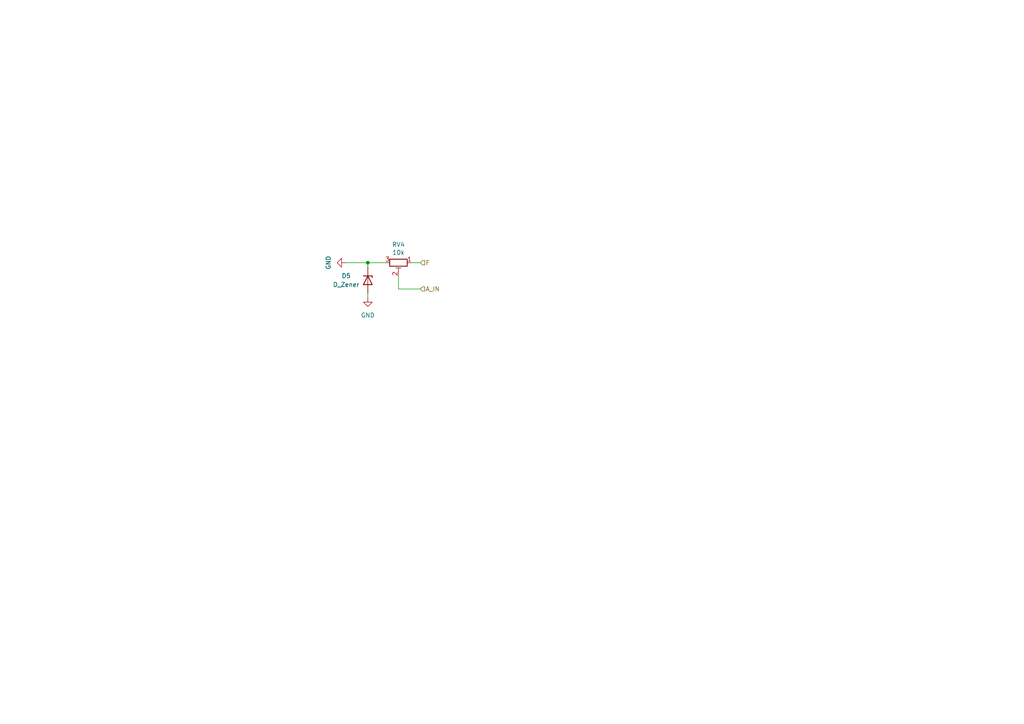
<source format=kicad_sch>
(kicad_sch (version 20250114) (generator "eeschema") (generator_version "9.0")
  (paper "A4")
  (lib_symbols
    (symbol "BREAD_Slice-rescue:R_POT_TRIM-Device" (pin_names (offset 1.016) (hide yes))
      (property "Reference" "RV" (at -4.445 0 90))
      (property "Value" "R_POT_TRIM-Device" (at -2.54 0 90))
      (symbol "R_POT_TRIM-Device_0_1"
        (rectangle (start 1.016 2.54) (end -1.016 -2.54) (stroke (width 0.254)))
        (polyline (pts (xy 1.524 0.762) (xy 1.524 -0.762)))
        (polyline (pts (xy 2.54 0) (xy 1.524 0)))
      )
      (symbol "R_POT_TRIM-Device_1_1"
        (pin passive line (at 0 3.81 270) (length 1.27) (name "1") (number "1"))
        (pin passive line (at 0 -3.81 90) (length 1.27) (name "3") (number "3"))
        (pin passive line (at 3.81 0 180) (length 1.27) (name "2") (number "2"))
      )
    )
    (symbol "Device:D_Zener" (pin_numbers (hide yes)) (pin_names (offset 1.016) (hide yes))
      (property "Reference" "D" (at 0 2.54 0))
      (property "Value" "D_Zener" (at 0 -2.54 0))
      (symbol "D_Zener_0_1"
        (polyline (pts (xy -1.27 -1.27) (xy -1.27 1.27) (xy -0.762 1.27)) (stroke (width 0.254)))
        (polyline (pts (xy 1.27 0) (xy -1.27 0)))
        (polyline (pts (xy 1.27 -1.27) (xy 1.27 1.27) (xy -1.27 0) (xy 1.27 -1.27)) (stroke (width 0.254)))
      )
      (symbol "D_Zener_1_1"
        (pin passive line (at -3.81 0 0) (length 2.54) (name "K") (number "1"))
        (pin passive line (at 3.81 0 180) (length 2.54) (name "A") (number "2"))
      )
    )
    (symbol "power:GND" (power) (pin_names (offset 0))
      (property "Value" "GND" (at 0 -3.81 0))
      (symbol "GND_0_1"
        (polyline (pts (xy 0 0) (xy 0 -1.27) (xy 1.27 -1.27) (xy 0 -2.54) (xy -1.27 -1.27) (xy 0 -1.27)))
      )
      (symbol "GND_1_1"
        (pin power_in line (at 0 0 270) (length 0) (hide yes) (name "GND") (number "1"))
      )
    )
  )
  (junction (at 106.68 76.2))
  (wire (pts (xy 115.57 80.01) (xy 115.57 83.82)))
  (wire (pts (xy 106.68 77.47) (xy 106.68 76.2)))
  (wire (pts (xy 115.57 83.82) (xy 121.92 83.82)))
  (wire (pts (xy 111.76 76.2) (xy 106.68 76.2)))
  (wire (pts (xy 106.68 85.09) (xy 106.68 86.36)))
  (wire (pts (xy 106.68 76.2) (xy 100.33 76.2)))
  (wire (pts (xy 121.92 76.2) (xy 119.38 76.2)))
  (hierarchical_label "A_IN" (shape input) (at 121.92 83.82 0))
  (hierarchical_label "F" (shape input) (at 121.92 76.2 0))
  (symbol (lib_id "BREAD_Slice-rescue:R_POT_TRIM-Device") (at 115.57 76.2 270) (unit 1)
    (property "Reference" "RV1" (at 115.57 70.9422 90))
    (property "Value" "10k" (at 115.57 73.2536 90))
    (property "Footprint" "Potentiometer_THT:Potentiometer_Bourns_3266W_Vertical" (effects (hide yes)))
    (instances (project "BREAD_Slice" (path "" (reference "RV4") (unit 1)) (path "" (reference "RV3") (unit 1)) (path "" (reference "RV2") (unit 1)) (path "" (reference "RV1") (unit 1))))
  )
  (symbol (lib_id "power:GND") (at 100.33 76.2 270) (unit 1)
    (property "Reference" "#PWR016" (effects (hide yes)))
    (property "Value" "GND" (at 95.25 76.2 0))
    (instances (project "BREAD_Slice" (path "" (reference "#PWR022") (unit 1)) (path "" (reference "#PWR020") (unit 1)) (path "" (reference "#PWR018") (unit 1)) (path "" (reference "#PWR016") (unit 1))))
  )
  (symbol (lib_id "power:GND") (at 106.68 86.36 0) (unit 1)
    (property "Reference" "#PWR017" (effects (hide yes)))
    (property "Value" "GND" (at 106.68 91.44 0))
    (instances (project "BREAD_Slice" (path "" (reference "#PWR023") (unit 1)) (path "" (reference "#PWR021") (unit 1)) (path "" (reference "#PWR019") (unit 1)) (path "" (reference "#PWR017") (unit 1))))
  )
  (symbol (lib_id "Device:D_Zener") (at 106.68 81.28 270) (unit 1)
    (property "Reference" "D2" (at 99.06 80.01 90) (effects (justify left)))
    (property "Value" "D_Zener" (at 96.52 82.55 90) (effects (justify left)))
    (property "Footprint" "Diode_SMD:D_1206_3216Metric_Pad1.42x1.75mm_HandSolder" (effects (hide yes)))
    (instances (project "BREAD_Slice" (path "" (reference "D5") (unit 1)) (path "" (reference "D4") (unit 1)) (path "" (reference "D3") (unit 1)) (path "" (reference "D2") (unit 1))))
  )
)
</source>
